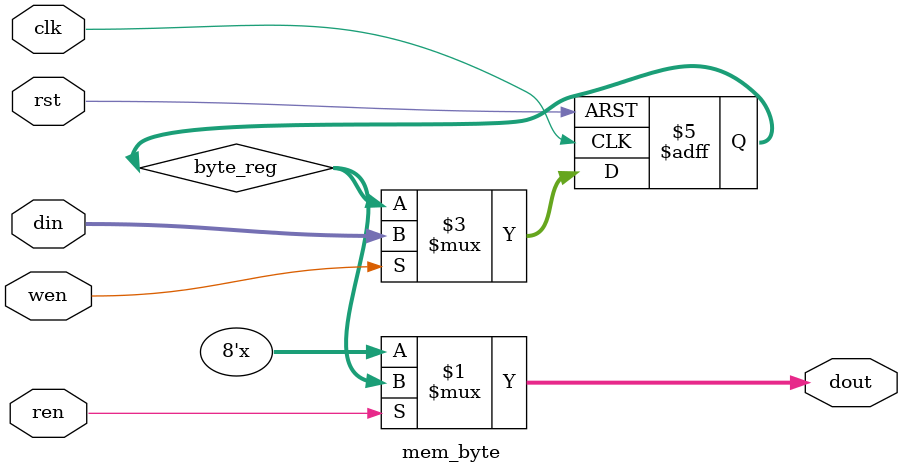
<source format=v>
 



`define SPORT_ADDR 6'h01
`define SPORT_ADDR_MASK 6'h20

`define WB_CNFG_RX `SPORT_ADDR+1
`define WB_CNFG_TX `SPORT_ADDR+2

`define RESET 3'h0
`define IDLE  3'h1
`define FS    3'h3
`define RX    3'h2
`define TX    3'h2
`define SPORT_FIFODEPTH 10
`define WB_ADDR_WIDTH 6


//pulling in data bus width from SPORT_defines file
`ifdef SPORT_WIDTH64
  `define SPORT_FIFODATAWIDTH 64
`elsif SPORT_WIDTH32
  `define SPORT_FIFODATAWIDTH 32
`elsif SPORT_WIDTH16
  `define SPORT_FIFODATAWIDTH 16
`else
  `define SPORT_FIFODATAWIDTH 8
`endif

//define depth of FIFO; pulling in depth from SPORT_defines
//`define SPORT_FIFODEPTH 16
  
//uncomment a single implementation of FIFO; pulling in implementation from SPORT_defines
//`define SPORT_CUSTOMFIFO

module fifo_sport
( 
  clk_rd,
  clk_wr,
  d_i,
  d_o,
  rst,
  wr_en,
  rd_en,
  full,
  empty
);
  input clk_rd;
  input clk_wr;
  input [`SPORT_FIFODATAWIDTH-1:0] d_i;
  output [`SPORT_FIFODATAWIDTH-1:0] d_o;
  input rst;
  input wr_en;
  input rd_en;
  output full;
  output empty;
  
`ifdef SPORT_CUSTOMFIFO
  `ifdef SPORT_WIDTH64
    wire [7:0] full_int;
    wire [7:0] empty_int;
    assign full = |full_int;
    assign empty = |empty_int;
    custom_fifo_dp custom_fifo_dp1(clk_rd,clk_wr,d_i[63:56],d_o[63:56],rst,wr_en,rd_en,full_int[0],empty_int[0]);
    custom_fifo_dp custom_fifo_dp2(clk_rd,clk_wr,d_i[55:48],d_o[55:48],rst,wr_en,rd_en,full_int[1],empty_int[1]);
    custom_fifo_dp custom_fifo_dp3(clk_rd,clk_wr,d_i[47:40],d_o[47:40],rst,wr_en,rd_en,full_int[2],empty_int[2]);
    custom_fifo_dp custom_fifo_dp4(clk_rd,clk_wr,d_i[39:32],d_o[39:32],rst,wr_en,rd_en,full_int[3],empty_int[3]);
    custom_fifo_dp custom_fifo_dp5(clk_rd,clk_wr,d_i[31:24],d_o[31:24],rst,wr_en,rd_en,full_int[4],empty_int[4]);
    custom_fifo_dp custom_fifo_dp6(clk_rd,clk_wr,d_i[23:16],d_o[23:16],rst,wr_en,rd_en,full_int[5],empty_int[5]);
    custom_fifo_dp custom_fifo_dp7(clk_rd,clk_wr,d_i[15:8],d_o[15:8],rst,wr_en,rd_en,full_int[6],empty_int[6]);
    custom_fifo_dp custom_fifo_dp8(clk_rd,clk_wr,d_i[7:0],d_o[7:0],rst,wr_en,rd_en,full_int[7],empty_int[7]);
  `elsif SPORT_WIDTH32
    wire [3:0] full_int;
    wire [3:0] empty_int;
    assign full = |full_int;
    assign empty = |empty_int;
    custom_fifo_dp custom_fifo_dp5(clk_rd,clk_wr,d_i[31:24],d_o[31:24],rst,wr_en,rd_en,full_int[0],empty_int[0]);
    custom_fifo_dp custom_fifo_dp6(clk_rd,clk_wr,d_i[23:16],d_o[23:16],rst,wr_en,rd_en,full_int[1],empty_int[1]);
    custom_fifo_dp custom_fifo_dp7(clk_rd,clk_wr,d_i[15:8],d_o[15:8],rst,wr_en,rd_en,full_int[2],empty_int[2]);
    custom_fifo_dp custom_fifo_dp8(clk_rd,clk_wr,d_i[7:0],d_o[7:0],rst,wr_en,rd_en,full_int[3],empty_int[3]);
  `elsif SPORT_WIDTH16
    wire [1:0] full_int;
    wire [1:0] empty_int;
    assign full = |full_int;
    assign empty = |empty_int;
    custom_fifo_dp custom_fifo_dp7(clk_rd,clk_wr,d_i[15:8],d_o[15:8],rst,wr_en,rd_en,full_int[0],empty_int[0]);
    custom_fifo_dp custom_fifo_dp8(clk_rd,clk_wr,d_i[7:0],d_o[7:0],rst,wr_en,rd_en,full_int[1],empty_int[1]);
  `else
    custom_fifo_dp custom_fifo_dp8(clk_rd,clk_wr,d_i[7:0],d_o[7:0],rst,wr_en,rd_en,full,empty);
  `endif
`endif 
 
endmodule

module custom_fifo_dp (
  clk_rd,
  clk_wr,
  d_i,
  d_o,
  rst,
  wr_en,
  rd_en,
  full,
  empty
);
  input clk_rd;
  input clk_wr;
  input [7:0] d_i;
  output [7:0] d_o;
  input rst;
  input wr_en;
  input rd_en;
  output full;
  output empty;
  
  reg [`SPORT_FIFODEPTH-1:0] addr_rd;
  reg [`SPORT_FIFODEPTH-1:0] addr_wr;
  reg [7:0] fifo_out;
  wire [7:0] mem_byte_out;
  wire [`SPORT_FIFODEPTH-1:0] full_int;
  
  //bytewide memory array in FIFO.  user sets depth.
  genvar c;
  generate
    for (c = 0; c < `SPORT_FIFODEPTH; c = c + 1) begin: mem
      mem_byte mem_byte(rst,clk_wr,d_i,mem_byte_out,addr_wr[c],addr_rd[c]);
    end
  endgenerate
  
  //read logic needed here to handle clock domain change
  assign d_o = fifo_out;
  always @(posedge clk_rd or posedge rst) begin
    if (rst)  fifo_out <= 8'h0;
    else      fifo_out <= mem_byte_out;
  end
  
  //addressing logic is simply a circular shift register that gets reset to 1
  always @(posedge clk_wr or posedge rst) begin
    if (rst)  addr_wr <= `SPORT_FIFODEPTH'h1;
    else if (wr_en&(~full)) begin
      addr_wr[`SPORT_FIFODEPTH-1:1] <= addr_wr[`SPORT_FIFODEPTH-2:0];
      addr_wr[0] <= addr_wr[`SPORT_FIFODEPTH-1];
    end
  end
  
  always @(posedge clk_rd or posedge rst) begin
    if (rst)  addr_rd <= `SPORT_FIFODEPTH'h1;
    else if (rd_en&(~empty)) begin
      addr_rd[`SPORT_FIFODEPTH-1:1] <= addr_rd[`SPORT_FIFODEPTH-2:0];
      addr_rd[0] <= addr_rd[`SPORT_FIFODEPTH-1];
    end
  end
  
  //use address logic for flags
  assign empty = (addr_wr == addr_rd);              //when read addr catches write addr, we're empty
  
  assign full = empty?1'b0:|full_int;              //if fifo isn't empty, then OR all full flag outputs
 
  assign full_int[0] = (addr_wr[`SPORT_FIFODEPTH-1] & addr_rd[0]);  //when we've written to entire mem, we're full
  genvar d;
  generate
    for (d = 1; d < `SPORT_FIFODEPTH; d = d + 1) begin: flag
      assign full_int[d] = (addr_wr[d-1] & addr_rd[d]);   //when we've written to entire mem, we're full
    end
  endgenerate
  
endmodule

module mem_byte(
  rst,
  clk,
  din,
  dout,
  wen,
  ren
);

  input rst;
  input clk;
  input[7:0] din;
  output [7:0] dout;
  input wen;
  input ren;
  
  reg[7:0] byte_reg;
  
  //just a byte-wide register with input and output enables
  assign dout = ren?byte_reg:8'bz;
  
  always @(posedge clk or posedge rst) begin
    if (rst)        byte_reg <= 8'h0;
    else if (wen)   byte_reg <= din;
  end
  
endmodule

//////////////////////////////////////////////////////////////////////
//
// CVS Revision History
//
// $Log: $
//
</source>
